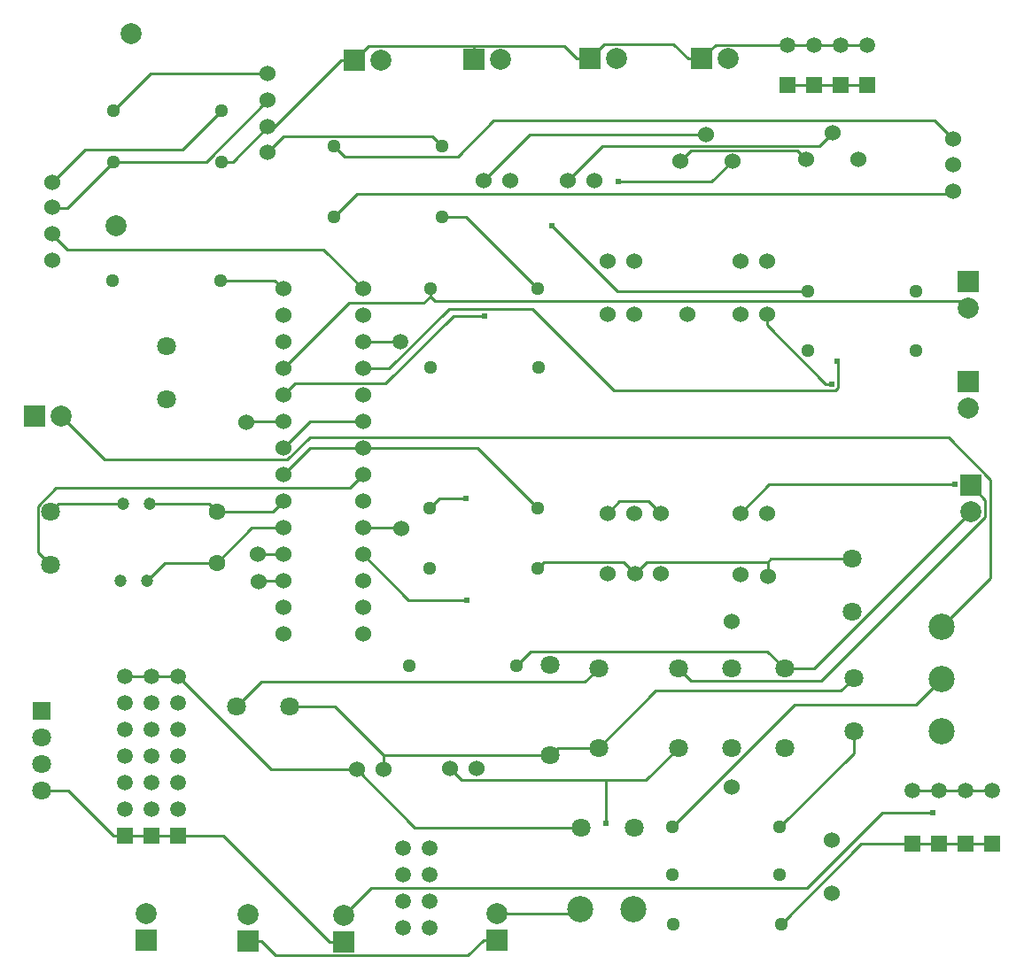
<source format=gtl>
G04 Layer: TopLayer*
G04 EasyEDA v6.5.51, 2025-11-01 08:24:16*
G04 27a844e1b91c41148074433a3f3d6619,0b2f8be7abf649b19ad213f5e26a3a38,10*
G04 Gerber Generator version 0.2*
G04 Scale: 100 percent, Rotated: No, Reflected: No *
G04 Dimensions in inches *
G04 leading zeros omitted , absolute positions ,3 integer and 6 decimal *
%FSLAX36Y36*%
%MOIN*%

%ADD10C,0.0100*%
%ADD11C,0.0709*%
%ADD12R,0.0787X0.0787*%
%ADD13C,0.0787*%
%ADD14C,0.0512*%
%ADD15C,0.0600*%
%ADD16C,0.0984*%
%ADD17C,0.0470*%
%ADD18R,0.0709X0.0709*%
%ADD19R,0.0184X0.0709*%
%ADD20C,0.0512*%
%ADD21C,0.0630*%
%ADD22C,0.0591*%
%ADD23R,0.0591X0.0591*%
%ADD24C,0.0591*%
%ADD25C,0.0240*%

%LPD*%
D10*
X3198197Y6117296D02*
G01*
X3198197Y6074805D01*
X3419066Y5853935D01*
X3441796Y5853935D01*
X2337426Y6211916D02*
G01*
X2065347Y6483996D01*
X1974656Y6483996D01*
X3201367Y5184236D02*
G01*
X2744987Y5184236D01*
X2701367Y5140616D01*
X3517996Y5195596D02*
G01*
X3212727Y5195596D01*
X3201367Y5184236D01*
X3201367Y5184236D02*
G01*
X3201367Y5130115D01*
X1604597Y3752995D02*
G01*
X1554216Y3752995D01*
X981467Y4153015D02*
G01*
X1154197Y4153015D01*
X1554216Y3752995D01*
X881467Y4153015D02*
G01*
X981467Y4153015D01*
X3944767Y4123216D02*
G01*
X4044767Y4123216D01*
X3844767Y4123216D02*
G01*
X3944767Y4123216D01*
X3744767Y4123216D02*
G01*
X3844767Y4123216D01*
X3251157Y3821196D02*
G01*
X3553176Y4123216D01*
X3744767Y4123216D01*
X881467Y4153015D02*
G01*
X781467Y4153015D01*
X3277596Y6981095D02*
G01*
X3377596Y6981095D01*
X3477596Y6981095D02*
G01*
X3377596Y6981095D01*
X3577596Y6981095D02*
G01*
X3477596Y6981095D01*
X1754597Y4455236D02*
G01*
X1754597Y4402896D01*
X1403697Y4638496D02*
G01*
X1571337Y4638496D01*
X1754597Y4455236D01*
X1754597Y4455236D02*
G01*
X2383797Y4455236D01*
X2565167Y4482916D02*
G01*
X2780297Y4698045D01*
X3477547Y4698045D01*
X3525096Y4745596D01*
X2383797Y4455236D02*
G01*
X2411477Y4482916D01*
X2565167Y4482916D01*
X2871477Y6693285D02*
G01*
X2912686Y6734495D01*
X3313266Y6734495D01*
X3347277Y6700486D01*
X1678096Y5611596D02*
G01*
X2109947Y5611596D01*
X2335927Y5385616D01*
X1378096Y5511596D02*
G01*
X1478096Y5611596D01*
X1678096Y5611596D01*
X774566Y5401916D02*
G01*
X533867Y5401916D01*
X503867Y5371916D01*
X781467Y4153015D02*
G01*
X740936Y4153015D01*
X468796Y4322905D02*
G01*
X571046Y4322905D01*
X740936Y4153015D01*
X2334627Y5160616D02*
G01*
X2358197Y5184186D01*
X2657797Y5184186D01*
X2701367Y5140616D01*
X1319696Y6727595D02*
G01*
X1377816Y6785716D01*
X1938037Y6785716D01*
X1974756Y6748996D01*
X2598197Y5367296D02*
G01*
X2643707Y5412806D01*
X2752686Y5412806D01*
X2798197Y5367296D01*
X3247757Y4184695D02*
G01*
X3525096Y4462035D01*
X3525096Y4545596D01*
X3098197Y5367296D02*
G01*
X3206377Y5475475D01*
X3905537Y5475475D01*
X981467Y4753015D02*
G01*
X881467Y4753015D01*
X1654597Y4402896D02*
G01*
X1331586Y4402896D01*
X981467Y4753015D01*
X881467Y4753015D02*
G01*
X781467Y4753015D01*
X3277596Y7131095D02*
G01*
X3377596Y7131095D01*
X2953067Y7078316D02*
G01*
X3005847Y7131095D01*
X3277596Y7131095D01*
X3477596Y7131095D02*
G01*
X3377596Y7131095D01*
X3577596Y7131095D02*
G01*
X3477596Y7131095D01*
X3944867Y4323245D02*
G01*
X4044867Y4323245D01*
X3844867Y4323245D02*
G01*
X3944867Y4323245D01*
X3744867Y4323245D02*
G01*
X3844867Y4323245D01*
X508697Y6612995D02*
G01*
X632777Y6737076D01*
X998986Y6737076D01*
X1145227Y6883316D01*
X2498896Y4184095D02*
G01*
X1873397Y4184095D01*
X1654597Y4402896D01*
X1378096Y5611596D02*
G01*
X1478096Y5711596D01*
X1678096Y5711596D01*
X2953067Y7078316D02*
G01*
X2902686Y7078316D01*
X2533766Y7081215D02*
G01*
X2586907Y7134355D01*
X2846647Y7134355D01*
X2902686Y7078316D01*
X2508576Y7081215D02*
G01*
X2533766Y7081215D01*
X2508576Y7081215D02*
G01*
X2483387Y7081215D01*
X2095967Y7126835D02*
G01*
X1700887Y7126835D01*
X1645967Y7071916D01*
X2483387Y7081215D02*
G01*
X2437767Y7126835D01*
X2095967Y7126835D01*
X2095967Y7126835D02*
G01*
X2095967Y7076215D01*
X1319696Y6822595D02*
G01*
X1346266Y6822595D01*
X1595586Y7071916D01*
X1145927Y6691215D02*
G01*
X1188316Y6691215D01*
X1319696Y6822595D01*
X1645967Y7071916D02*
G01*
X1595586Y7071916D01*
X1678096Y6011596D02*
G01*
X1818596Y6011596D01*
X1819897Y6012896D01*
X1678096Y5311596D02*
G01*
X1819597Y5311596D01*
X1821297Y5309895D01*
X1378096Y5111596D02*
G01*
X1285596Y5111596D01*
X1284497Y5110495D01*
X1378096Y5211596D02*
G01*
X1284197Y5211596D01*
X1378096Y5811596D02*
G01*
X1421237Y5854735D01*
X1762757Y5854735D01*
X2019227Y6111206D01*
X2136266Y6111206D01*
X2640927Y6615866D02*
G01*
X2990906Y6615866D01*
X3068326Y6693285D01*
X1930406Y5385616D02*
G01*
X1967487Y5422696D01*
X2066557Y5422696D01*
X1678096Y5211596D02*
G01*
X1850866Y5038825D01*
X2069237Y5038825D01*
X1678096Y5911596D02*
G01*
X1776027Y5911596D01*
X2001346Y6136916D01*
X2317637Y6136916D01*
X2623967Y5830585D01*
X3454817Y5830585D01*
X3465556Y5841325D01*
X3465556Y5936795D01*
X3461917Y5940436D01*
X2593596Y4362116D02*
G01*
X2050766Y4362116D01*
X2006666Y4406215D01*
X2865167Y4482916D02*
G01*
X2744367Y4362116D01*
X2593596Y4362116D01*
X2593596Y4362116D02*
G01*
X2593596Y4199245D01*
X3964796Y5471406D02*
G01*
X4019097Y5417105D01*
X4019097Y5352806D01*
X3402066Y4735776D01*
X2912307Y4735776D01*
X2865167Y4782916D01*
X2388006Y6450115D02*
G01*
X2634727Y6203395D01*
X3352736Y6203395D01*
X3821247Y4239495D02*
G01*
X3632627Y4239495D01*
X3349547Y3956415D01*
X1708016Y3956415D01*
X1604597Y3852995D01*
X3265167Y4782916D02*
G01*
X3200766Y4847316D01*
X2310676Y4847316D01*
X2257357Y4793996D01*
X3964796Y5371406D02*
G01*
X3376306Y4782916D01*
X3265167Y4782916D01*
X3899566Y6580515D02*
G01*
X3890027Y6570976D01*
X1656117Y6570976D01*
X1569137Y6483996D01*
X1569237Y6748996D02*
G01*
X1608247Y6709985D01*
X2036387Y6709985D01*
X2171076Y6844675D01*
X3830406Y6844675D01*
X3899566Y6775515D01*
X1678096Y6211596D02*
G01*
X1530617Y6359076D01*
X567617Y6359076D01*
X508697Y6417995D01*
X1319696Y7022595D02*
G01*
X878986Y7022595D01*
X739706Y6883316D01*
X1931907Y6182806D02*
G01*
X1907476Y6158375D01*
X1624876Y6158375D01*
X1378096Y5911596D01*
X1931907Y6211916D02*
G01*
X1931907Y6182806D01*
X3954897Y6141296D02*
G01*
X3929507Y6166686D01*
X1948027Y6166686D01*
X1931907Y6182806D01*
X1142326Y6241916D02*
G01*
X1347776Y6241916D01*
X1378096Y6211596D01*
X2842236Y4184695D02*
G01*
X3303136Y4645596D01*
X3757897Y4645596D01*
X3854597Y4742296D01*
X2565167Y4782916D02*
G01*
X2514057Y4731806D01*
X1297007Y4731806D01*
X1203697Y4638496D01*
X740407Y6691215D02*
G01*
X567186Y6517995D01*
X508697Y6517995D01*
X1319696Y6922595D02*
G01*
X1088316Y6691215D01*
X740407Y6691215D01*
X543897Y5731896D02*
G01*
X707527Y5568265D01*
X1394216Y5568265D01*
X1478766Y5652815D01*
X3881306Y5652815D01*
X4039727Y5494396D01*
X4039727Y5124276D01*
X3854597Y4939146D01*
X874566Y5401916D02*
G01*
X1101017Y5401916D01*
X1129566Y5373366D01*
X1129566Y5373366D02*
G01*
X1339867Y5373366D01*
X1378096Y5411596D01*
X2182466Y3860816D02*
G01*
X2479817Y3860816D01*
X2496697Y3877696D01*
X1129566Y5180466D02*
G01*
X1260697Y5311596D01*
X1378096Y5311596D01*
X1129566Y5180466D02*
G01*
X933117Y5180466D01*
X864566Y5111916D01*
X503867Y5171916D02*
G01*
X455257Y5220526D01*
X455257Y5393036D01*
X523816Y5461596D01*
X1628096Y5461596D01*
X1678096Y5511596D01*
X1244597Y3757195D02*
G01*
X1294976Y3757195D01*
X2182466Y3760816D02*
G01*
X2132087Y3760816D01*
X2132087Y3760816D02*
G01*
X2073816Y3702546D01*
X1349627Y3702546D01*
X1294976Y3757195D01*
X2133797Y6618296D02*
G01*
X2307206Y6791705D01*
X2969907Y6791705D01*
X2448096Y6618195D02*
G01*
X2580477Y6750576D01*
X3397376Y6750576D01*
X3445707Y6798906D01*
X1378096Y5711596D02*
G01*
X1240196Y5711596D01*
X1239197Y5710596D01*
D11*
G01*
X3518000Y4995599D03*
G01*
X3518000Y5195599D03*
G01*
X3525100Y4545599D03*
G01*
X3525100Y4745599D03*
G01*
X1203699Y4638499D03*
G01*
X1403699Y4638499D03*
D12*
G01*
X3954899Y6241300D03*
D13*
G01*
X3954899Y6141300D03*
D14*
G01*
X2842240Y4006900D03*
G01*
X3247759Y4006900D03*
G01*
X2845640Y3821199D03*
G01*
X3251160Y3821199D03*
G01*
X2842240Y4184699D03*
G01*
X3247759Y4184699D03*
D15*
G01*
X3441800Y3936900D03*
G01*
X3441800Y4136900D03*
G01*
X508699Y6318000D03*
G01*
X508699Y6418000D03*
G01*
X508699Y6518000D03*
G01*
X508699Y6613000D03*
D14*
G01*
X3352740Y6203400D03*
G01*
X3758260Y6203400D03*
G01*
X3352740Y5978400D03*
G01*
X3758260Y5978400D03*
G01*
X1851840Y4794000D03*
G01*
X2257359Y4794000D03*
D16*
G01*
X3854600Y4742300D03*
G01*
X3854600Y4545450D03*
G01*
X3854600Y4939150D03*
D15*
G01*
X3198199Y5367300D03*
G01*
X3098199Y5367300D03*
G01*
X2798199Y5367300D03*
G01*
X2698199Y5367300D03*
G01*
X2598199Y5367300D03*
G01*
X3198199Y6117300D03*
G01*
X3098199Y6117300D03*
G01*
X2898199Y6117300D03*
G01*
X2698199Y6117300D03*
G01*
X2598199Y6117300D03*
D11*
G01*
X2383800Y4797759D03*
G01*
X2383800Y4455239D03*
D15*
G01*
X1654600Y4402900D03*
G01*
X1754600Y4402900D03*
D12*
G01*
X443899Y5731900D03*
D13*
G01*
X543899Y5731900D03*
D12*
G01*
X1244600Y3757199D03*
D13*
G01*
X1244600Y3857199D03*
D12*
G01*
X1604600Y3753000D03*
D13*
G01*
X1604600Y3853000D03*
D15*
G01*
X2969910Y6791709D03*
G01*
X3068329Y6693290D03*
G01*
X2871480Y6693290D03*
G01*
X3445709Y6798910D03*
G01*
X3544129Y6700490D03*
G01*
X3347280Y6700490D03*
G01*
X1678100Y6211599D03*
G01*
X1378100Y6211599D03*
G01*
X1678100Y6111599D03*
G01*
X1378100Y6111599D03*
G01*
X1678100Y6011599D03*
G01*
X1678100Y5911599D03*
G01*
X1678100Y5811599D03*
G01*
X1678100Y5711599D03*
G01*
X1678100Y5611599D03*
G01*
X1678100Y5511599D03*
G01*
X1678100Y5411599D03*
G01*
X1678100Y5311599D03*
G01*
X1678100Y5211599D03*
G01*
X1678100Y5111599D03*
G01*
X1678100Y5011599D03*
G01*
X1678100Y4911599D03*
G01*
X1378100Y4911599D03*
G01*
X1378100Y5011599D03*
G01*
X1378100Y5111599D03*
G01*
X1378100Y5211599D03*
G01*
X1378100Y5311599D03*
G01*
X1378100Y5411599D03*
G01*
X1378100Y5511599D03*
G01*
X1378100Y5611599D03*
G01*
X1378100Y5711599D03*
G01*
X1378100Y5811599D03*
G01*
X1378100Y5911599D03*
G01*
X1378100Y6011599D03*
D11*
G01*
X939570Y5796920D03*
G01*
X939570Y5996920D03*
G01*
X503870Y5171920D03*
G01*
X503870Y5371920D03*
G01*
X2498900Y4184099D03*
G01*
X2698900Y4184099D03*
D17*
G01*
X774570Y5401920D03*
G01*
X874570Y5401920D03*
G01*
X764570Y5111920D03*
G01*
X864570Y5111920D03*
D15*
G01*
X2133800Y6618299D03*
G01*
X2233800Y6618299D03*
G01*
X2448100Y6618200D03*
G01*
X2548100Y6618200D03*
G01*
X2006670Y4406219D03*
G01*
X2106670Y4406219D03*
D16*
G01*
X2697500Y3877700D03*
G01*
X2496700Y3877700D03*
D18*
G01*
X468800Y4622900D03*
D11*
G01*
X468800Y4522900D03*
G01*
X468800Y4422900D03*
G01*
X468800Y4322900D03*
G01*
X2565169Y4482919D03*
G01*
X2865169Y4482919D03*
G01*
X3065169Y4482919D03*
G01*
X3265169Y4482919D03*
G01*
X3265169Y4782919D03*
G01*
X3065169Y4782919D03*
G01*
X2865169Y4782919D03*
G01*
X2565169Y4782919D03*
D12*
G01*
X3964799Y5471399D03*
D13*
G01*
X3964799Y5371399D03*
D12*
G01*
X3955299Y5861999D03*
D13*
G01*
X3955299Y5761999D03*
D12*
G01*
X1645969Y7071920D03*
D13*
G01*
X1745969Y7071920D03*
D12*
G01*
X2095969Y7076219D03*
D13*
G01*
X2195969Y7076219D03*
D12*
G01*
X2533770Y7081219D03*
D13*
G01*
X2633770Y7081219D03*
D12*
G01*
X2953069Y7078319D03*
D13*
G01*
X3053069Y7078319D03*
D12*
G01*
X863069Y3760720D03*
D13*
G01*
X863069Y3860720D03*
D12*
G01*
X2182470Y3760819D03*
D13*
G01*
X2182470Y3860819D03*
D14*
G01*
X736810Y6241920D03*
G01*
X1142330Y6241920D03*
G01*
X1930410Y5385619D03*
G01*
X2335929Y5385619D03*
G01*
X1932510Y5915819D03*
D20*
G01*
X2338029Y5915819D03*
D14*
G01*
X740410Y6691219D03*
G01*
X1145929Y6691219D03*
G01*
X739710Y6883319D03*
G01*
X1145230Y6883319D03*
G01*
X1569239Y6749000D03*
G01*
X1974759Y6749000D03*
G01*
X1569139Y6484000D03*
G01*
X1974660Y6484000D03*
G01*
X1931909Y6211920D03*
G01*
X2337430Y6211920D03*
G01*
X1929110Y5160619D03*
G01*
X2334629Y5160619D03*
D15*
G01*
X3899570Y6775520D03*
G01*
X3899570Y6680520D03*
G01*
X3899570Y6580520D03*
G01*
X1319700Y6727600D03*
G01*
X1319700Y6822600D03*
G01*
X1319700Y6922600D03*
G01*
X1319700Y7022600D03*
D21*
G01*
X1129570Y5180470D03*
G01*
X1129570Y5373370D03*
D15*
G01*
X2598170Y6317320D03*
G01*
X2698170Y6317320D03*
G01*
X3098170Y6317320D03*
G01*
X3198170Y6317320D03*
G01*
X2701369Y5140619D03*
G01*
X2798770Y5138020D03*
G01*
X3098770Y5135419D03*
G01*
X3201369Y5130120D03*
G01*
X2598370Y5139820D03*
D13*
G01*
X748670Y6450819D03*
G01*
X807669Y7172519D03*
D22*
G01*
X781469Y4753020D03*
G01*
X981469Y4753020D03*
G01*
X881469Y4753020D03*
G01*
X881469Y4653020D03*
G01*
X981469Y4653020D03*
G01*
X781469Y4653020D03*
G01*
X781469Y4453020D03*
G01*
X981469Y4453020D03*
G01*
X881469Y4453020D03*
G01*
X881469Y4553020D03*
G01*
X981469Y4553020D03*
G01*
X781469Y4553020D03*
D23*
G01*
X781469Y4153020D03*
D22*
G01*
X781469Y4253020D03*
G01*
X981469Y4253020D03*
G01*
X881469Y4253020D03*
G01*
X881469Y4353020D03*
G01*
X981469Y4353020D03*
G01*
X781469Y4353020D03*
G01*
X3377600Y7131100D03*
G01*
X3277600Y7131100D03*
G01*
X3477600Y7131100D03*
G01*
X3577600Y7131100D03*
D23*
G01*
X4044769Y4123220D03*
G01*
X3944769Y4123220D03*
G01*
X3744769Y4123220D03*
G01*
X3844769Y4123220D03*
G01*
X881469Y4153020D03*
G01*
X981469Y4153020D03*
G01*
X3377600Y6981100D03*
G01*
X3277600Y6981100D03*
G01*
X3477600Y6981100D03*
G01*
X3577600Y6981100D03*
D22*
G01*
X4044870Y4323249D03*
G01*
X3944870Y4323249D03*
G01*
X3744870Y4323249D03*
G01*
X3844870Y4323249D03*
G01*
X1828969Y3806419D03*
G01*
X1928969Y3806419D03*
G01*
X1828969Y4006419D03*
G01*
X1928969Y4006419D03*
G01*
X1928969Y3906419D03*
G01*
X1828969Y3906419D03*
G01*
X1828969Y4106419D03*
G01*
X1928969Y4106419D03*
D15*
G01*
X3065870Y4335920D03*
G01*
X3065450Y4960149D03*
D24*
G01*
X1819899Y6012900D03*
D15*
G01*
X1821300Y5309899D03*
G01*
X1284499Y5110500D03*
G01*
X1284200Y5211599D03*
G01*
X1239200Y5710599D03*
D25*
G01*
X3441800Y5853939D03*
G01*
X3905540Y5475479D03*
G01*
X2640929Y6615870D03*
G01*
X2136270Y6111210D03*
G01*
X2066559Y5422700D03*
G01*
X2069239Y5038829D03*
G01*
X3461920Y5940439D03*
G01*
X2593599Y4199250D03*
G01*
X2388010Y6450120D03*
G01*
X3821250Y4239499D03*
M02*

</source>
